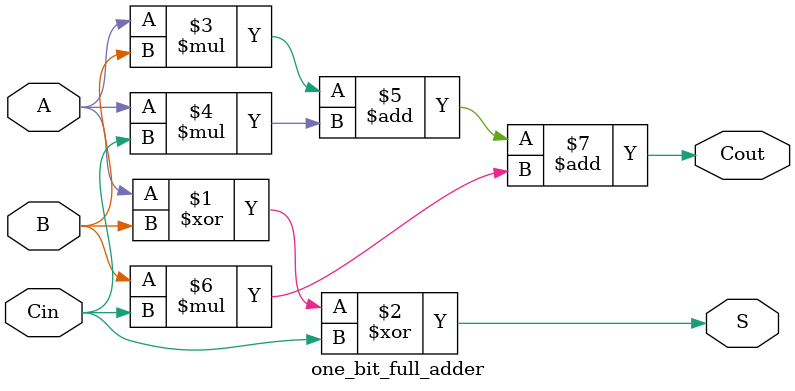
<source format=v>
module one_bit_full_adder(A, B, Cin, S, Cout);

    input A, B, Cin;
    output S, Cout;
    assign S = A ^ B ^ Cin;
    assign Cout = (A * B) + (A * Cin) + (B * Cin);
endmodule

</source>
